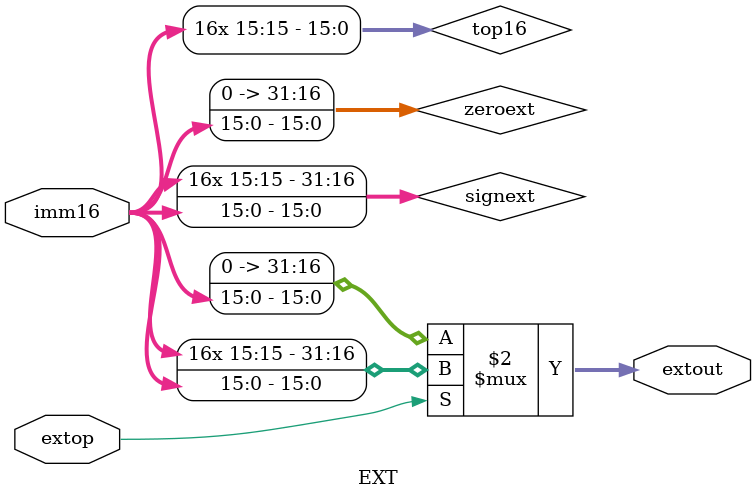
<source format=v>
`timescale 1ns / 1ps
`define F 31:0

module EXT(input [15:0] imm16,
			  input extop,
			  output [`F] extout);

	wire[`F] signext;
	wire[`F] zeroext;
	wire[15:0] top16;
	
	assign top16={16{imm16[15]}};
	assign signext={top16, imm16};
	assign zeroext={0,0,0,0,0,0,0,0,0,0,0,0,0,0,0,0,imm16};
	
	assign extout=(!extop)?zeroext:signext;
endmodule

</source>
